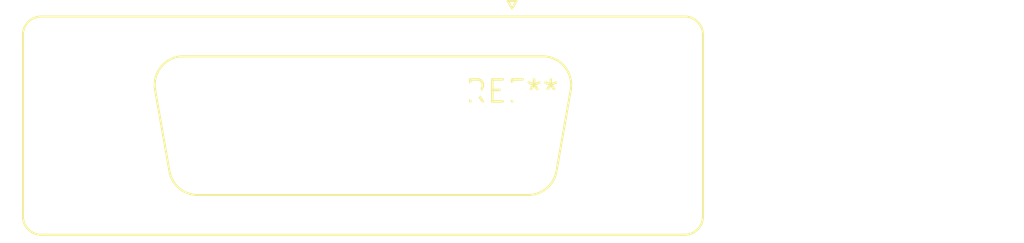
<source format=kicad_pcb>
(kicad_pcb (version 20240108) (generator pcbnew)
  (layers (0 "F.Cu" signal) (31 "B.Cu" signal) (34 "B.Paste" user) (35 "F.Paste" user) (36 "B.SilkS" user "B.Silkscreen") (37 "F.SilkS" user "F.Silkscreen") (38 "B.Mask" user) (39 "F.Mask" user) (44 "Edge.Cuts" user))
  (net 0 "")
  (footprint "DSUB-26-HD_Female_Vertical_P2.29x1.98mm_MountingHoles" (layer "F.Cu") (at 0 0)
    (property "Reference" "REF**")
    (property "Value" "DSUB-26-HD_Female_Vertical_P2.29x1.98mm_MountingHoles")
    (fp_line (start -28.285 7.23) (end -28.285 -3.27) (layer "F.SilkS") (stroke (width 0.12)))
    (fp_line (start -27.225 -4.33) (end 9.975 -4.33) (layer "F.SilkS") (stroke (width 0.12)))
    (fp_line (start -20.64147 -0.081744) (end -19.812733 4.618256) (layer "F.SilkS") (stroke (width 0.12)))
    (fp_line (start -19.006689 -2.03) (end 1.756689 -2.03) (layer "F.SilkS") (stroke (width 0.12)))
    (fp_line (start -18.177952 5.99) (end 0.927952 5.99) (layer "F.SilkS") (stroke (width 0.12)))
    (fp_line (start -0.25 -5.224338) (end 0.25 -5.224338) (layer "F.SilkS") (stroke (width 0.12)))
    (fp_line (start 0 -4.791325) (end -0.25 -5.224338) (layer "F.SilkS") (stroke (width 0.12)))
    (fp_line (start 0.25 -5.224338) (end 0 -4.791325) (layer "F.SilkS") (stroke (width 0.12)))
    (fp_line (start 3.39147 -0.081744) (end 2.562733 4.618256) (layer "F.SilkS") (stroke (width 0.12)))
    (fp_line (start 9.975 8.29) (end -27.225 8.29) (layer "F.SilkS") (stroke (width 0.12)))
    (fp_line (start 11.035 -3.27) (end 11.035 7.23) (layer "F.SilkS") (stroke (width 0.12)))
    (fp_arc (start -28.285 -3.27) (mid -27.974533 -4.019533) (end -27.225 -4.33) (layer "F.SilkS") (stroke (width 0.12)))
    (fp_arc (start -27.225 8.29) (mid -27.974533 7.979533) (end -28.285 7.23) (layer "F.SilkS") (stroke (width 0.12)))
    (fp_arc (start -20.64147 -0.081744) (mid -20.278323 -1.437028) (end -19.006689 -2.03) (layer "F.SilkS") (stroke (width 0.12)))
    (fp_arc (start -18.177952 5.99) (mid -19.244979 5.601634) (end -19.812733 4.618256) (layer "F.SilkS") (stroke (width 0.12)))
    (fp_arc (start 1.756689 -2.03) (mid 3.028323 -1.437027) (end 3.39147 -0.081744) (layer "F.SilkS") (stroke (width 0.12)))
    (fp_arc (start 2.562733 4.618256) (mid 1.99498 5.601634) (end 0.927952 5.99) (layer "F.SilkS") (stroke (width 0.12)))
    (fp_arc (start 9.975 -4.33) (mid 10.724533 -4.019533) (end 11.035 -3.27) (layer "F.SilkS") (stroke (width 0.12)))
    (fp_arc (start 11.035 7.23) (mid 10.724533 7.979533) (end 9.975 8.29) (layer "F.SilkS") (stroke (width 0.12)))
    (pad "0" thru_hole circle (at -25.275 1.98) (size 4 4) (drill 3.2) (layers *.Cu *.Mask) (remove_unused_layers))
    (pad "0" thru_hole circle (at 8.025 1.98) (size 4 4) (drill 3.2) (layers *.Cu *.Mask) (remove_unused_layers))
    (pad "1" thru_hole rect (at 0 0) (size 1.6 1.6) (drill 1) (layers *.Cu *.Mask) (remove_unused_layers))
    (pad "2" thru_hole circle (at -2.29 0) (size 1.6 1.6) (drill 1) (layers *.Cu *.Mask) (remove_unused_layers))
    (pad "3" thru_hole circle (at -4.58 0) (size 1.6 1.6) (drill 1) (layers *.Cu *.Mask) (remove_unused_layers))
    (pad "4" thru_hole circle (at -6.87 0) (size 1.6 1.6) (drill 1) (layers *.Cu *.Mask) (remove_unused_layers))
    (pad "5" thru_hole circle (at -9.16 0) (size 1.6 1.6) (drill 1) (layers *.Cu *.Mask) (remove_unused_layers))
    (pad "6" thru_hole circle (at -11.45 0) (size 1.6 1.6) (drill 1) (layers *.Cu *.Mask) (remove_unused_layers))
    (pad "7" thru_hole circle (at -13.74 0) (size 1.6 1.6) (drill 1) (layers *.Cu *.Mask) (remove_unused_layers))
    (pad "8" thru_hole circle (at -16.03 0) (size 1.6 1.6) (drill 1) (layers *.Cu *.Mask) (remove_unused_layers))
    (pad "9" thru_hole circle (at -18.32 0) (size 1.6 1.6) (drill 1) (layers *.Cu *.Mask) (remove_unused_layers))
    (pad "10" thru_hole circle (at 1.145 1.98) (size 1.6 1.6) (drill 1) (layers *.Cu *.Mask) (remove_unused_layers))
    (pad "11" thru_hole circle (at -1.145 1.98) (size 1.6 1.6) (drill 1) (layers *.Cu *.Mask) (remove_unused_layers))
    (pad "12" thru_hole circle (at -3.435 1.98) (size 1.6 1.6) (drill 1) (layers *.Cu *.Mask) (remove_unused_layers))
    (pad "13" thru_hole circle (at -5.725 1.98) (size 1.6 1.6) (drill 1) (layers *.Cu *.Mask) (remove_unused_layers))
    (pad "14" thru_hole circle (at -8.015 1.98) (size 1.6 1.6) (drill 1) (layers *.Cu *.Mask) (remove_unused_layers))
    (pad "15" thru_hole circle (at -10.305 1.98) (size 1.6 1.6) (drill 1) (layers *.Cu *.Mask) (remove_unused_layers))
    (pad "16" thru_hole circle (at -12.595 1.98) (size 1.6 1.6) (drill 1) (layers *.Cu *.Mask) (remove_unused_layers))
    (pad "17" thru_hole circle (at -14.885 1.98) (size 1.6 1.6) (drill 1) (layers *.Cu *.Mask) (remove_unused_layers))
    (pad "18" thru_hole circle (at -17.175 1.98) (size 1.6 1.6) (drill 1) (layers *.Cu *.Mask) (remove_unused_layers))
    (pad "19" thru_hole circle (at 0 3.96) (size 1.6 1.6) (drill 1) (layers *.Cu *.Mask) (remove_unused_layers))
    (pad "20" thru_hole circle (at -2.29 3.96) (size 1.6 1.6) (drill 1) (layers *.Cu *.Mask) (remove_unused_layers))
    (pad "21" thru_hole circle (at -4.58 3.96) (size 1.6 1.6) (drill 1) (layers *.Cu *.Mask) (remove_unused_layers))
    (pad "22" thru_hole circle (at -6.87 3.96) (size 1.6 1.6) (drill 1) (layers *.Cu *.Mask) (remove_unused_layers))
    (pad "23" thru_hole circle (at -9.16 3.96) (size 1.6 1.6) (drill 1) (layers *.Cu *.Mask) (remove_unused_layers))
    (pad "24" thru_hole circle (at -11.45 3.96) (size 1.6 1.6) (drill 1) (layers *.Cu *.Mask) (remove_unused_layers))
    (pad "25" thru_hole circle (at -13.74 3.96) (size 1.6 1.6) (drill 1) (layers *.Cu *.Mask) (remove_unused_layers))
    (pad "26" thru_hole circle (at -16.03 3.96) (size 1.6 1.6) (drill 1) (layers *.Cu *.Mask) (remove_unused_layers))
  )
)
</source>
